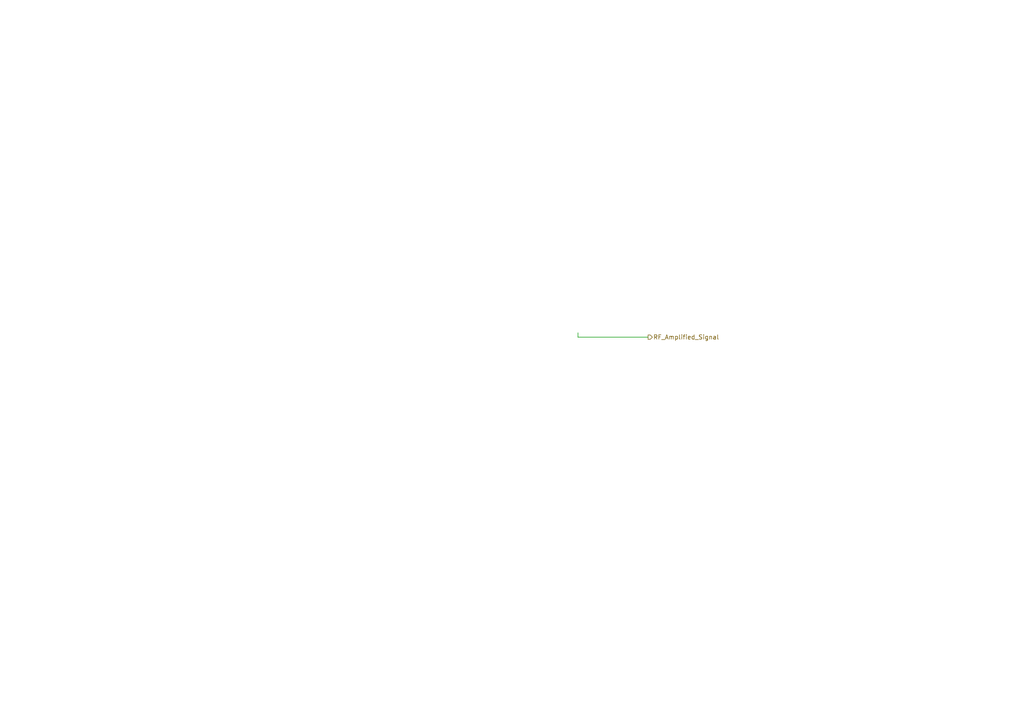
<source format=kicad_sch>
(kicad_sch
	(version 20231120)
	(generator "eeschema")
	(generator_version "8.0")
	(uuid "8eafa394-e94b-4e8b-9ba9-a98521f8aeb7")
	(paper "A4")
	(lib_symbols)
	(wire
		(pts
			(xy 187.96 97.79) (xy 167.64 97.79)
		)
		(stroke
			(width 0)
			(type default)
		)
		(uuid "4c471425-06f2-4f2c-b10b-2aa86e9428a4")
	)
	(wire
		(pts
			(xy 167.64 96.52) (xy 167.64 97.79)
		)
		(stroke
			(width 0)
			(type default)
		)
		(uuid "8639ab1e-2d57-4559-8b41-4b2089353bca")
	)
	(hierarchical_label "RF_Amplified_Signal"
		(shape output)
		(at 187.96 97.79 0)
		(fields_autoplaced yes)
		(effects
			(font
				(size 1.27 1.27)
			)
			(justify left)
		)
		(uuid "161c7613-76ad-4c0c-9302-21222b8016f6")
	)
)

</source>
